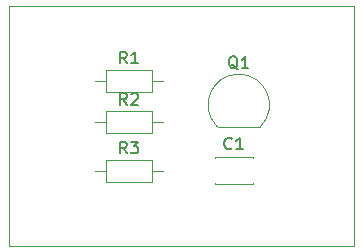
<source format=gbr>
G04 #@! TF.GenerationSoftware,KiCad,Pcbnew,(5.1.2)-2*
G04 #@! TF.CreationDate,2019-08-09T21:51:40-03:00*
G04 #@! TF.ProjectId,Markg1,4d61726b-6731-42e6-9b69-6361645f7063,rev?*
G04 #@! TF.SameCoordinates,Original*
G04 #@! TF.FileFunction,Legend,Top*
G04 #@! TF.FilePolarity,Positive*
%FSLAX46Y46*%
G04 Gerber Fmt 4.6, Leading zero omitted, Abs format (unit mm)*
G04 Created by KiCad (PCBNEW (5.1.2)-2) date 2019-08-09 21:51:40*
%MOMM*%
%LPD*%
G04 APERTURE LIST*
%ADD10C,0.050000*%
%ADD11C,0.120000*%
%ADD12C,0.150000*%
G04 APERTURE END LIST*
D10*
X160020000Y-68580000D02*
X130810000Y-68580000D01*
X160020000Y-88900000D02*
X160020000Y-68580000D01*
X130810000Y-88900000D02*
X160020000Y-88900000D01*
X130810000Y-68580000D02*
X130810000Y-88900000D01*
D11*
X143840000Y-82550000D02*
X142890000Y-82550000D01*
X138100000Y-82550000D02*
X139050000Y-82550000D01*
X142890000Y-81630000D02*
X139050000Y-81630000D01*
X142890000Y-83470000D02*
X142890000Y-81630000D01*
X139050000Y-83470000D02*
X142890000Y-83470000D01*
X139050000Y-81630000D02*
X139050000Y-83470000D01*
X143840000Y-78440000D02*
X142890000Y-78440000D01*
X138100000Y-78440000D02*
X139050000Y-78440000D01*
X142890000Y-77520000D02*
X139050000Y-77520000D01*
X142890000Y-79360000D02*
X142890000Y-77520000D01*
X139050000Y-79360000D02*
X142890000Y-79360000D01*
X139050000Y-77520000D02*
X139050000Y-79360000D01*
X143840000Y-74930000D02*
X142890000Y-74930000D01*
X138100000Y-74930000D02*
X139050000Y-74930000D01*
X142890000Y-74010000D02*
X139050000Y-74010000D01*
X142890000Y-75850000D02*
X142890000Y-74010000D01*
X139050000Y-75850000D02*
X142890000Y-75850000D01*
X139050000Y-74010000D02*
X139050000Y-75850000D01*
X152108478Y-78808478D02*
G75*
G03X150270000Y-74370000I-1838478J1838478D01*
G01*
X148431522Y-78808478D02*
G75*
G02X150270000Y-74370000I1838478J1838478D01*
G01*
X148470000Y-78820000D02*
X152070000Y-78820000D01*
X151460000Y-83605000D02*
X151460000Y-83670000D01*
X151460000Y-81430000D02*
X151460000Y-81495000D01*
X148220000Y-83605000D02*
X148220000Y-83670000D01*
X148220000Y-81430000D02*
X148220000Y-81495000D01*
X148220000Y-83670000D02*
X151460000Y-83670000D01*
X148220000Y-81430000D02*
X151460000Y-81430000D01*
D12*
X140803333Y-81082380D02*
X140470000Y-80606190D01*
X140231904Y-81082380D02*
X140231904Y-80082380D01*
X140612857Y-80082380D01*
X140708095Y-80130000D01*
X140755714Y-80177619D01*
X140803333Y-80272857D01*
X140803333Y-80415714D01*
X140755714Y-80510952D01*
X140708095Y-80558571D01*
X140612857Y-80606190D01*
X140231904Y-80606190D01*
X141136666Y-80082380D02*
X141755714Y-80082380D01*
X141422380Y-80463333D01*
X141565238Y-80463333D01*
X141660476Y-80510952D01*
X141708095Y-80558571D01*
X141755714Y-80653809D01*
X141755714Y-80891904D01*
X141708095Y-80987142D01*
X141660476Y-81034761D01*
X141565238Y-81082380D01*
X141279523Y-81082380D01*
X141184285Y-81034761D01*
X141136666Y-80987142D01*
X140803333Y-76972380D02*
X140470000Y-76496190D01*
X140231904Y-76972380D02*
X140231904Y-75972380D01*
X140612857Y-75972380D01*
X140708095Y-76020000D01*
X140755714Y-76067619D01*
X140803333Y-76162857D01*
X140803333Y-76305714D01*
X140755714Y-76400952D01*
X140708095Y-76448571D01*
X140612857Y-76496190D01*
X140231904Y-76496190D01*
X141184285Y-76067619D02*
X141231904Y-76020000D01*
X141327142Y-75972380D01*
X141565238Y-75972380D01*
X141660476Y-76020000D01*
X141708095Y-76067619D01*
X141755714Y-76162857D01*
X141755714Y-76258095D01*
X141708095Y-76400952D01*
X141136666Y-76972380D01*
X141755714Y-76972380D01*
X140803333Y-73462380D02*
X140470000Y-72986190D01*
X140231904Y-73462380D02*
X140231904Y-72462380D01*
X140612857Y-72462380D01*
X140708095Y-72510000D01*
X140755714Y-72557619D01*
X140803333Y-72652857D01*
X140803333Y-72795714D01*
X140755714Y-72890952D01*
X140708095Y-72938571D01*
X140612857Y-72986190D01*
X140231904Y-72986190D01*
X141755714Y-73462380D02*
X141184285Y-73462380D01*
X141470000Y-73462380D02*
X141470000Y-72462380D01*
X141374761Y-72605238D01*
X141279523Y-72700476D01*
X141184285Y-72748095D01*
X150174761Y-73957619D02*
X150079523Y-73910000D01*
X149984285Y-73814761D01*
X149841428Y-73671904D01*
X149746190Y-73624285D01*
X149650952Y-73624285D01*
X149698571Y-73862380D02*
X149603333Y-73814761D01*
X149508095Y-73719523D01*
X149460476Y-73529047D01*
X149460476Y-73195714D01*
X149508095Y-73005238D01*
X149603333Y-72910000D01*
X149698571Y-72862380D01*
X149889047Y-72862380D01*
X149984285Y-72910000D01*
X150079523Y-73005238D01*
X150127142Y-73195714D01*
X150127142Y-73529047D01*
X150079523Y-73719523D01*
X149984285Y-73814761D01*
X149889047Y-73862380D01*
X149698571Y-73862380D01*
X151079523Y-73862380D02*
X150508095Y-73862380D01*
X150793809Y-73862380D02*
X150793809Y-72862380D01*
X150698571Y-73005238D01*
X150603333Y-73100476D01*
X150508095Y-73148095D01*
X149673333Y-80657142D02*
X149625714Y-80704761D01*
X149482857Y-80752380D01*
X149387619Y-80752380D01*
X149244761Y-80704761D01*
X149149523Y-80609523D01*
X149101904Y-80514285D01*
X149054285Y-80323809D01*
X149054285Y-80180952D01*
X149101904Y-79990476D01*
X149149523Y-79895238D01*
X149244761Y-79800000D01*
X149387619Y-79752380D01*
X149482857Y-79752380D01*
X149625714Y-79800000D01*
X149673333Y-79847619D01*
X150625714Y-80752380D02*
X150054285Y-80752380D01*
X150340000Y-80752380D02*
X150340000Y-79752380D01*
X150244761Y-79895238D01*
X150149523Y-79990476D01*
X150054285Y-80038095D01*
M02*

</source>
